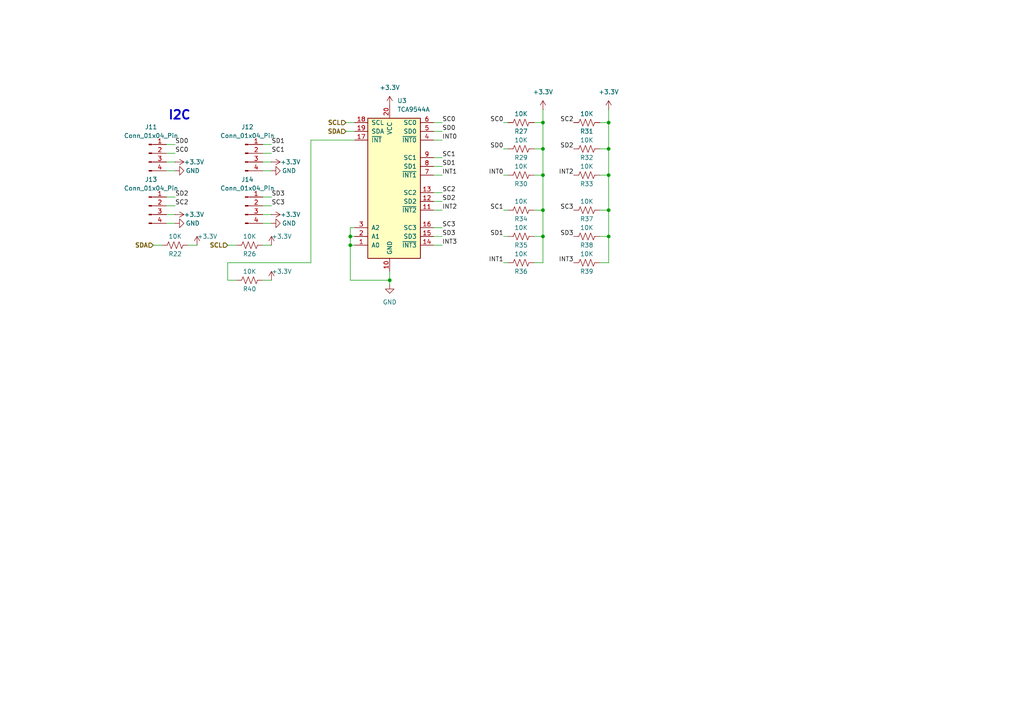
<source format=kicad_sch>
(kicad_sch (version 20231120) (generator "eeschema") (generator_version "8.0")
  (paper "A4")
  (title_block (title "BioReactify Master") (rev "400") (comment 1 "Controller & Measurement Board") (comment 2 "Alexis Saldivar"))
  (lib_symbols
    (symbol "Connector:Conn_01x04_Pin" (pin_names (offset 1.016) hide)
      (property "Reference" "J" (at 0 5.08 0))
      (property "Value" "Conn_01x04_Pin" (at 0 -7.62 0))
      (symbol "Conn_01x04_Pin_1_1"
        (polyline (pts (xy 1.27 -5.08) (xy 0.8636 -5.08)) (stroke (width 0.1524)))
        (polyline (pts (xy 1.27 -2.54) (xy 0.8636 -2.54)) (stroke (width 0.1524)))
        (polyline (pts (xy 1.27 0) (xy 0.8636 0)) (stroke (width 0.1524)))
        (polyline (pts (xy 1.27 2.54) (xy 0.8636 2.54)) (stroke (width 0.1524)))
        (rectangle (start 0.8636 -4.953) (end 0 -5.207) (stroke (width 0.1524)) (fill (type outline)))
        (rectangle (start 0.8636 -2.413) (end 0 -2.667) (stroke (width 0.1524)) (fill (type outline)))
        (rectangle (start 0.8636 0.127) (end 0 -0.127) (stroke (width 0.1524)) (fill (type outline)))
        (rectangle (start 0.8636 2.667) (end 0 2.413) (stroke (width 0.1524)) (fill (type outline)))
        (pin passive line (at 5.08 2.54 180) (length 3.81) (name "Pin_1") (number "1"))
        (pin passive line (at 5.08 0 180) (length 3.81) (name "Pin_2") (number "2"))
        (pin passive line (at 5.08 -2.54 180) (length 3.81) (name "Pin_3") (number "3"))
        (pin passive line (at 5.08 -5.08 180) (length 3.81) (name "Pin_4") (number "4"))
      )
    )
    (symbol "Device:R_US" (pin_numbers hide) (pin_names (offset 0))
      (property "Reference" "R" (at 2.54 0 90))
      (property "Value" "R_US" (at -2.54 0 90))
      (symbol "R_US_0_1"
        (polyline (pts (xy 0 -2.286) (xy 0 -2.54)))
        (polyline (pts (xy 0 2.286) (xy 0 2.54)))
        (polyline (pts (xy 0 -0.762) (xy 1.016 -1.143) (xy 0 -1.524) (xy -1.016 -1.905) (xy 0 -2.286)))
        (polyline (pts (xy 0 0.762) (xy 1.016 0.381) (xy 0 0) (xy -1.016 -0.381) (xy 0 -0.762)))
        (polyline (pts (xy 0 2.286) (xy 1.016 1.905) (xy 0 1.524) (xy -1.016 1.143) (xy 0 0.762)))
      )
      (symbol "R_US_1_1"
        (pin passive line (at 0 3.81 270) (length 1.27) (name "~") (number "1"))
        (pin passive line (at 0 -3.81 90) (length 1.27) (name "~") (number "2"))
      )
    )
    (symbol "Interface_Expansion:TCA9544A" (pin_names (offset 1.016))
      (property "Reference" "U" (at -5.08 20.32 0))
      (property "Value" "TCA9544A" (at 2.54 20.32 0))
      (symbol "TCA9544A_0_1"
        (rectangle (start -6.35 19.05) (end 8.89 -21.59) (stroke (width 0.254)) (fill (type background)))
      )
      (symbol "TCA9544A_1_1"
        (pin input line (at -10.16 -17.78 0) (length 3.81) (name "A0") (number "1"))
        (pin power_in line (at 0 -25.4 90) (length 3.81) (name "GND") (number "10"))
        (pin input line (at 12.7 -7.62 180) (length 3.81) (name "~{INT2}") (number "11"))
        (pin bidirectional line (at 12.7 -5.08 180) (length 3.81) (name "SD2") (number "12"))
        (pin bidirectional line (at 12.7 -2.54 180) (length 3.81) (name "SC2") (number "13"))
        (pin input line (at 12.7 -17.78 180) (length 3.81) (name "~{INT3}") (number "14"))
        (pin bidirectional line (at 12.7 -15.24 180) (length 3.81) (name "SD3") (number "15"))
        (pin bidirectional line (at 12.7 -12.7 180) (length 3.81) (name "SC3") (number "16"))
        (pin open_collector line (at -10.16 12.7 0) (length 3.81) (name "~{INT}") (number "17"))
        (pin bidirectional line (at -10.16 17.78 0) (length 3.81) (name "SCL") (number "18"))
        (pin bidirectional line (at -10.16 15.24 0) (length 3.81) (name "SDA") (number "19"))
        (pin input line (at -10.16 -15.24 0) (length 3.81) (name "A1") (number "2"))
        (pin power_in line (at 0 22.86 270) (length 3.81) (name "VCC") (number "20"))
        (pin input line (at -10.16 -12.7 0) (length 3.81) (name "A2") (number "3"))
        (pin input line (at 12.7 12.7 180) (length 3.81) (name "~{INT0}") (number "4"))
        (pin bidirectional line (at 12.7 15.24 180) (length 3.81) (name "SD0") (number "5"))
        (pin bidirectional line (at 12.7 17.78 180) (length 3.81) (name "SC0") (number "6"))
        (pin input line (at 12.7 2.54 180) (length 3.81) (name "~{INT1}") (number "7"))
        (pin bidirectional line (at 12.7 5.08 180) (length 3.81) (name "SD1") (number "8"))
        (pin bidirectional line (at 12.7 7.62 180) (length 3.81) (name "SC1") (number "9"))
      )
    )
    (symbol "power:+3.3V" (power) (pin_numbers hide) (pin_names (offset 0) hide)
      (property "Value" "+3.3V" (at 0 3.556 0))
      (symbol "+3.3V_0_1"
        (polyline (pts (xy -0.762 1.27) (xy 0 2.54)))
        (polyline (pts (xy 0 0) (xy 0 2.54)))
        (polyline (pts (xy 0 2.54) (xy 0.762 1.27)))
      )
      (symbol "+3.3V_1_1"
        (pin power_in line (at 0 0 90) (length 0) (name "~") (number "1"))
      )
    )
    (symbol "power:GND" (power) (pin_numbers hide) (pin_names (offset 0) hide)
      (property "Value" "GND" (at 0 -3.81 0))
      (symbol "GND_0_1"
        (polyline (pts (xy 0 0) (xy 0 -1.27) (xy 1.27 -1.27) (xy 0 -2.54) (xy -1.27 -1.27) (xy 0 -1.27)))
      )
      (symbol "GND_1_1"
        (pin power_in line (at 0 0 270) (length 0) (name "~") (number "1"))
      )
    )
  )
  (junction (at 176.53 35.56))
  (junction (at 176.53 50.8))
  (junction (at 157.48 35.56))
  (junction (at 176.53 60.96))
  (junction (at 157.48 60.96))
  (junction (at 157.48 68.58))
  (junction (at 157.48 43.18))
  (junction (at 101.6 71.12))
  (junction (at 101.6 68.58))
  (junction (at 113.03 81.28))
  (junction (at 176.53 43.18))
  (junction (at 176.53 68.58))
  (junction (at 157.48 50.8))
  (wire (pts (xy 146.05 35.56) (xy 147.32 35.56)))
  (wire (pts (xy 173.99 43.18) (xy 176.53 43.18)))
  (wire (pts (xy 125.73 35.56) (xy 128.27 35.56)))
  (wire (pts (xy 125.73 66.04) (xy 128.27 66.04)))
  (wire (pts (xy 48.26 46.99) (xy 50.8 46.99)))
  (wire (pts (xy 113.03 82.55) (xy 113.03 81.28)))
  (wire (pts (xy 101.6 68.58) (xy 101.6 71.12)))
  (wire (pts (xy 146.05 68.58) (xy 147.32 68.58)))
  (wire (pts (xy 176.53 35.56) (xy 176.53 43.18)))
  (wire (pts (xy 157.48 31.75) (xy 157.48 35.56)))
  (wire (pts (xy 125.73 38.1) (xy 128.27 38.1)))
  (wire (pts (xy 125.73 45.72) (xy 128.27 45.72)))
  (wire (pts (xy 54.61 71.12) (xy 57.15 71.12)))
  (wire (pts (xy 125.73 68.58) (xy 128.27 68.58)))
  (wire (pts (xy 48.26 62.23) (xy 50.8 62.23)))
  (wire (pts (xy 76.2 46.99) (xy 78.74 46.99)))
  (wire (pts (xy 76.2 71.12) (xy 78.74 71.12)))
  (wire (pts (xy 176.53 68.58) (xy 176.53 76.2)))
  (wire (pts (xy 176.53 43.18) (xy 176.53 50.8)))
  (wire (pts (xy 101.6 81.28) (xy 113.03 81.28)))
  (wire (pts (xy 76.2 44.45) (xy 78.74 44.45)))
  (wire (pts (xy 76.2 62.23) (xy 78.74 62.23)))
  (wire (pts (xy 100.33 35.56) (xy 102.87 35.56)))
  (wire (pts (xy 100.33 38.1) (xy 102.87 38.1)))
  (wire (pts (xy 44.45 71.12) (xy 46.99 71.12)))
  (wire (pts (xy 76.2 59.69) (xy 78.74 59.69)))
  (wire (pts (xy 125.73 71.12) (xy 128.27 71.12)))
  (wire (pts (xy 146.05 76.2) (xy 147.32 76.2)))
  (wire (pts (xy 176.53 50.8) (xy 176.53 60.96)))
  (wire (pts (xy 102.87 66.04) (xy 101.6 66.04)))
  (wire (pts (xy 173.99 60.96) (xy 176.53 60.96)))
  (wire (pts (xy 101.6 68.58) (xy 102.87 68.58)))
  (wire (pts (xy 173.99 35.56) (xy 176.53 35.56)))
  (wire (pts (xy 125.73 55.88) (xy 128.27 55.88)))
  (wire (pts (xy 154.94 60.96) (xy 157.48 60.96)))
  (wire (pts (xy 48.26 49.53) (xy 50.8 49.53)))
  (wire (pts (xy 66.04 76.2) (xy 66.04 81.28)))
  (wire (pts (xy 48.26 57.15) (xy 50.8 57.15)))
  (wire (pts (xy 76.2 57.15) (xy 78.74 57.15)))
  (wire (pts (xy 154.94 68.58) (xy 157.48 68.58)))
  (wire (pts (xy 76.2 49.53) (xy 78.74 49.53)))
  (wire (pts (xy 66.04 71.12) (xy 68.58 71.12)))
  (wire (pts (xy 101.6 71.12) (xy 101.6 81.28)))
  (wire (pts (xy 66.04 81.28) (xy 68.58 81.28)))
  (wire (pts (xy 157.48 68.58) (xy 157.48 76.2)))
  (wire (pts (xy 173.99 50.8) (xy 176.53 50.8)))
  (wire (pts (xy 48.26 64.77) (xy 50.8 64.77)))
  (wire (pts (xy 154.94 43.18) (xy 157.48 43.18)))
  (wire (pts (xy 154.94 50.8) (xy 157.48 50.8)))
  (wire (pts (xy 48.26 44.45) (xy 50.8 44.45)))
  (wire (pts (xy 125.73 40.64) (xy 128.27 40.64)))
  (wire (pts (xy 157.48 43.18) (xy 157.48 50.8)))
  (wire (pts (xy 76.2 41.91) (xy 78.74 41.91)))
  (wire (pts (xy 154.94 76.2) (xy 157.48 76.2)))
  (wire (pts (xy 101.6 66.04) (xy 101.6 68.58)))
  (wire (pts (xy 154.94 35.56) (xy 157.48 35.56)))
  (wire (pts (xy 157.48 50.8) (xy 157.48 60.96)))
  (wire (pts (xy 125.73 50.8) (xy 128.27 50.8)))
  (wire (pts (xy 76.2 64.77) (xy 78.74 64.77)))
  (wire (pts (xy 113.03 81.28) (xy 113.03 78.74)))
  (wire (pts (xy 90.17 40.64) (xy 90.17 76.2)))
  (wire (pts (xy 102.87 40.64) (xy 90.17 40.64)))
  (wire (pts (xy 173.99 68.58) (xy 176.53 68.58)))
  (wire (pts (xy 90.17 76.2) (xy 66.04 76.2)))
  (wire (pts (xy 125.73 60.96) (xy 128.27 60.96)))
  (wire (pts (xy 125.73 48.26) (xy 128.27 48.26)))
  (wire (pts (xy 76.2 81.28) (xy 78.74 81.28)))
  (wire (pts (xy 146.05 43.18) (xy 147.32 43.18)))
  (wire (pts (xy 157.48 35.56) (xy 157.48 43.18)))
  (wire (pts (xy 125.73 58.42) (xy 128.27 58.42)))
  (wire (pts (xy 48.26 59.69) (xy 50.8 59.69)))
  (wire (pts (xy 146.05 60.96) (xy 147.32 60.96)))
  (wire (pts (xy 176.53 31.75) (xy 176.53 35.56)))
  (wire (pts (xy 101.6 71.12) (xy 102.87 71.12)))
  (wire (pts (xy 176.53 60.96) (xy 176.53 68.58)))
  (wire (pts (xy 157.48 60.96) (xy 157.48 68.58)))
  (wire (pts (xy 48.26 41.91) (xy 50.8 41.91)))
  (wire (pts (xy 173.99 76.2) (xy 176.53 76.2)))
  (wire (pts (xy 146.05 50.8) (xy 147.32 50.8)))
  (text "I2C" (at 52.07 33.528 0) (effects (font (size 2.54 2.54) (bold yes))))
  (label "SC3" (at 128.27 66.04 0))
  (label "SC1" (at 146.05 60.96 180))
  (label "SD3" (at 166.37 68.58 180))
  (label "SC2" (at 128.27 55.88 0))
  (label "SC2" (at 50.8 59.69 0))
  (label "SD1" (at 146.05 68.58 180))
  (label "SC0" (at 128.27 35.56 0))
  (label "INT1" (at 146.05 76.2 180))
  (label "SD3" (at 128.27 68.58 0))
  (label "SD2" (at 166.37 43.18 180))
  (label "INT1" (at 128.27 50.8 0))
  (label "SD1" (at 78.74 41.91 0))
  (label "SD0" (at 128.27 38.1 0))
  (label "SD0" (at 50.8 41.91 0))
  (label "INT2" (at 128.27 60.96 0))
  (label "SD3" (at 78.74 57.15 0))
  (label "SD2" (at 50.8 57.15 0))
  (label "INT2" (at 166.37 50.8 180))
  (label "SC1" (at 128.27 45.72 0))
  (label "SD2" (at 128.27 58.42 0))
  (label "SC0" (at 146.05 35.56 180))
  (label "SC3" (at 166.37 60.96 180))
  (label "SC1" (at 78.74 44.45 0))
  (label "INT3" (at 166.37 76.2 180))
  (label "SD1" (at 128.27 48.26 0))
  (label "SC2" (at 166.37 35.56 180))
  (label "SD0" (at 146.05 43.18 180))
  (label "INT0" (at 146.05 50.8 180))
  (label "INT0" (at 128.27 40.64 0))
  (label "INT3" (at 128.27 71.12 0))
  (label "SC0" (at 50.8 44.45 0))
  (label "SC3" (at 78.74 59.69 0))
  (hierarchical_label "SDA" (shape input) (at 100.33 38.1 180) (effects (font (bold yes))))
  (hierarchical_label "SDA" (shape input) (at 44.45 71.12 180) (effects (font (bold yes))))
  (hierarchical_label "SCL" (shape input) (at 100.33 35.56 180) (effects (font (bold yes))))
  (hierarchical_label "SCL" (shape input) (at 66.04 71.12 180) (effects (font (bold yes))))
  (symbol (lib_id "power:+3.3V") (at 50.8 46.99 270) (unit 1)
    (property "Reference" "#PWR037" (effects (hide yes)))
    (property "Value" "+3.3V" (at 53.34 46.99 90) (effects (justify left)))
    (property "Description" "Power symbol creates a global label with name \"+3.3V\"" (effects (hide yes)))
  )
  (symbol (lib_id "power:+3.3V") (at 157.48 31.75 0) (unit 1)
    (property "Reference" "#PWR080" (effects (hide yes)))
    (property "Value" "+3.3V" (at 157.48 26.67 0))
    (property "Description" "Power symbol creates a global label with name \"+3.3V\"" (effects (hide yes)))
  )
  (symbol (lib_id "power:GND") (at 78.74 49.53 90) (unit 1)
    (property "Reference" "#PWR064" (effects (hide yes)))
    (property "Value" "GND" (at 81.788 49.53 90) (effects (justify right)))
    (property "Description" "Power symbol creates a global label with name \"GND\" , ground" (effects (hide yes)))
  )
  (symbol (lib_id "Connector:Conn_01x04_Pin") (at 71.12 59.69 0) (unit 1)
    (property "Reference" "J14" (at 71.755 52.07 0))
    (property "Value" "Conn_01x04_Pin" (at 71.755 54.61 0))
    (property "Footprint" "Connector_JST:JST_PH_B4B-PH-K_1x04_P2.00mm_Vertical" (effects (hide yes)))
    (property "Description" "Generic connector, single row, 01x04, script generated" (effects (hide yes)))
  )
  (symbol (lib_id "power:+3.3V") (at 113.03 30.48 0) (unit 1)
    (property "Reference" "#PWR082" (effects (hide yes)))
    (property "Value" "+3.3V" (at 113.03 25.4 0))
    (property "Description" "Power symbol creates a global label with name \"+3.3V\"" (effects (hide yes)))
  )
  (symbol (lib_id "Device:R_US") (at 170.18 43.18 270) (unit 1)
    (property "Reference" "R32" (at 170.18 45.72 90))
    (property "Value" "10K" (at 170.18 40.64 90))
    (property "Footprint" "Resistor_SMD:R_0603_1608Metric" (effects (hide yes)))
    (property "Description" "Resistor, US symbol" (effects (hide yes)))
  )
  (symbol (lib_id "Interface_Expansion:TCA9544A") (at 113.03 53.34 0) (unit 1)
    (property "Reference" "U3" (at 115.2241 29.21 0) (effects (justify left)))
    (property "Value" "TCA9544A" (at 115.2241 31.75 0) (effects (justify left)))
    (property "Footprint" "Package_SO:TSSOP-20_4.4x6.5mm_P0.65mm" (effects (hide yes)))
    (property "Datasheet" "http://www.ti.com/lit/ds/symlink/tca9544a.pdf" (effects (hide yes)))
    (property "Description" "I2C Hub, 4 Channels, Interrupts, TSSOP-20" (effects (hide yes)))
  )
  (symbol (lib_id "Connector:Conn_01x04_Pin") (at 43.18 59.69 0) (unit 1)
    (property "Reference" "J13" (at 43.815 52.07 0))
    (property "Value" "Conn_01x04_Pin" (at 43.815 54.61 0))
    (property "Footprint" "Connector_JST:JST_PH_B4B-PH-K_1x04_P2.00mm_Vertical" (effects (hide yes)))
    (property "Description" "Generic connector, single row, 01x04, script generated" (effects (hide yes)))
  )
  (symbol (lib_id "power:GND") (at 50.8 64.77 90) (unit 1)
    (property "Reference" "#PWR076" (effects (hide yes)))
    (property "Value" "GND" (at 53.848 64.77 90) (effects (justify right)))
    (property "Description" "Power symbol creates a global label with name \"GND\" , ground" (effects (hide yes)))
  )
  (symbol (lib_id "Device:R_US") (at 151.13 50.8 270) (unit 1)
    (property "Reference" "R30" (at 151.13 53.34 90))
    (property "Value" "10K" (at 151.13 48.26 90))
    (property "Footprint" "Resistor_SMD:R_0603_1608Metric" (effects (hide yes)))
    (property "Description" "Resistor, US symbol" (effects (hide yes)))
  )
  (symbol (lib_id "Connector:Conn_01x04_Pin") (at 71.12 44.45 0) (unit 1)
    (property "Reference" "J12" (at 71.755 36.83 0))
    (property "Value" "Conn_01x04_Pin" (at 71.755 39.37 0))
    (property "Footprint" "Connector_JST:JST_PH_B4B-PH-K_1x04_P2.00mm_Vertical" (effects (hide yes)))
    (property "Description" "Generic connector, single row, 01x04, script generated" (effects (hide yes)))
  )
  (symbol (lib_id "Device:R_US") (at 170.18 35.56 270) (unit 1)
    (property "Reference" "R31" (at 170.18 38.1 90))
    (property "Value" "10K" (at 170.18 33.02 90))
    (property "Footprint" "Resistor_SMD:R_0603_1608Metric" (effects (hide yes)))
    (property "Description" "Resistor, US symbol" (effects (hide yes)))
  )
  (symbol (lib_id "Device:R_US") (at 170.18 76.2 270) (unit 1)
    (property "Reference" "R39" (at 170.18 78.74 90))
    (property "Value" "10K" (at 170.18 73.66 90))
    (property "Footprint" "Resistor_SMD:R_0603_1608Metric" (effects (hide yes)))
    (property "Description" "Resistor, US symbol" (effects (hide yes)))
  )
  (symbol (lib_id "power:GND") (at 50.8 49.53 90) (unit 1)
    (property "Reference" "#PWR051" (effects (hide yes)))
    (property "Value" "GND" (at 53.848 49.53 90) (effects (justify right)))
    (property "Description" "Power symbol creates a global label with name \"GND\" , ground" (effects (hide yes)))
  )
  (symbol (lib_id "power:+3.3V") (at 78.74 71.12 0) (unit 1)
    (property "Reference" "#PWR079" (effects (hide yes)))
    (property "Value" "+3.3V" (at 78.74 68.58 0) (effects (justify left)))
    (property "Description" "Power symbol creates a global label with name \"+3.3V\"" (effects (hide yes)))
  )
  (symbol (lib_id "Device:R_US") (at 170.18 68.58 270) (unit 1)
    (property "Reference" "R38" (at 170.18 71.12 90))
    (property "Value" "10K" (at 170.18 66.04 90))
    (property "Footprint" "Resistor_SMD:R_0603_1608Metric" (effects (hide yes)))
    (property "Description" "Resistor, US symbol" (effects (hide yes)))
  )
  (symbol (lib_id "power:+3.3V") (at 78.74 62.23 270) (unit 1)
    (property "Reference" "#PWR075" (effects (hide yes)))
    (property "Value" "+3.3V" (at 81.28 62.23 90) (effects (justify left)))
    (property "Description" "Power symbol creates a global label with name \"+3.3V\"" (effects (hide yes)))
  )
  (symbol (lib_id "Device:R_US") (at 151.13 68.58 270) (unit 1)
    (property "Reference" "R35" (at 151.13 71.12 90))
    (property "Value" "10K" (at 151.13 66.04 90))
    (property "Footprint" "Resistor_SMD:R_0603_1608Metric" (effects (hide yes)))
    (property "Description" "Resistor, US symbol" (effects (hide yes)))
  )
  (symbol (lib_id "power:+3.3V") (at 57.15 71.12 0) (unit 1)
    (property "Reference" "#PWR078" (effects (hide yes)))
    (property "Value" "+3.3V" (at 57.15 68.58 0) (effects (justify left)))
    (property "Description" "Power symbol creates a global label with name \"+3.3V\"" (effects (hide yes)))
  )
  (symbol (lib_id "Device:R_US") (at 151.13 43.18 270) (unit 1)
    (property "Reference" "R29" (at 151.13 45.72 90))
    (property "Value" "10K" (at 151.13 40.64 90))
    (property "Footprint" "Resistor_SMD:R_0603_1608Metric" (effects (hide yes)))
    (property "Description" "Resistor, US symbol" (effects (hide yes)))
  )
  (symbol (lib_id "Device:R_US") (at 151.13 35.56 270) (unit 1)
    (property "Reference" "R27" (at 151.13 38.1 90))
    (property "Value" "10K" (at 151.13 33.02 90))
    (property "Footprint" "Resistor_SMD:R_0603_1608Metric" (effects (hide yes)))
    (property "Description" "Resistor, US symbol" (effects (hide yes)))
  )
  (symbol (lib_id "Device:R_US") (at 151.13 60.96 270) (unit 1)
    (property "Reference" "R34" (at 151.13 63.5 90))
    (property "Value" "10K" (at 151.13 58.42 90))
    (property "Footprint" "Resistor_SMD:R_0603_1608Metric" (effects (hide yes)))
    (property "Description" "Resistor, US symbol" (effects (hide yes)))
  )
  (symbol (lib_id "Device:R_US") (at 170.18 50.8 270) (unit 1)
    (property "Reference" "R33" (at 170.18 53.34 90))
    (property "Value" "10K" (at 170.18 48.26 90))
    (property "Footprint" "Resistor_SMD:R_0603_1608Metric" (effects (hide yes)))
    (property "Description" "Resistor, US symbol" (effects (hide yes)))
  )
  (symbol (lib_id "power:GND") (at 78.74 64.77 90) (unit 1)
    (property "Reference" "#PWR077" (effects (hide yes)))
    (property "Value" "GND" (at 81.788 64.77 90) (effects (justify right)))
    (property "Description" "Power symbol creates a global label with name \"GND\" , ground" (effects (hide yes)))
  )
  (symbol (lib_id "power:+3.3V") (at 78.74 81.28 0) (unit 1)
    (property "Reference" "#PWR083" (effects (hide yes)))
    (property "Value" "+3.3V" (at 78.74 78.74 0) (effects (justify left)))
    (property "Description" "Power symbol creates a global label with name \"+3.3V\"" (effects (hide yes)))
  )
  (symbol (lib_id "Device:R_US") (at 50.8 71.12 270) (unit 1)
    (property "Reference" "R22" (at 50.8 73.66 90))
    (property "Value" "10K" (at 50.8 68.58 90))
    (property "Footprint" "Resistor_SMD:R_0603_1608Metric" (effects (hide yes)))
    (property "Description" "Resistor, US symbol" (effects (hide yes)))
  )
  (symbol (lib_id "Connector:Conn_01x04_Pin") (at 43.18 44.45 0) (unit 1)
    (property "Reference" "J11" (at 43.815 36.83 0))
    (property "Value" "Conn_01x04_Pin" (at 43.815 39.37 0))
    (property "Footprint" "Connector_JST:JST_PH_B4B-PH-K_1x04_P2.00mm_Vertical" (effects (hide yes)))
    (property "Description" "Generic connector, single row, 01x04, script generated" (effects (hide yes)))
  )
  (symbol (lib_id "power:+3.3V") (at 176.53 31.75 0) (unit 1)
    (property "Reference" "#PWR081" (effects (hide yes)))
    (property "Value" "+3.3V" (at 176.53 26.67 0))
    (property "Description" "Power symbol creates a global label with name \"+3.3V\"" (effects (hide yes)))
  )
  (symbol (lib_id "power:+3.3V") (at 78.74 46.99 270) (unit 1)
    (property "Reference" "#PWR050" (effects (hide yes)))
    (property "Value" "+3.3V" (at 81.28 46.99 90) (effects (justify left)))
    (property "Description" "Power symbol creates a global label with name \"+3.3V\"" (effects (hide yes)))
  )
  (symbol (lib_id "Device:R_US") (at 170.18 60.96 270) (unit 1)
    (property "Reference" "R37" (at 170.18 63.5 90))
    (property "Value" "10K" (at 170.18 58.42 90))
    (property "Footprint" "Resistor_SMD:R_0603_1608Metric" (effects (hide yes)))
    (property "Description" "Resistor, US symbol" (effects (hide yes)))
  )
  (symbol (lib_id "Device:R_US") (at 72.39 81.28 270) (unit 1)
    (property "Reference" "R40" (at 72.39 83.82 90))
    (property "Value" "10K" (at 72.39 78.74 90))
    (property "Footprint" "Resistor_SMD:R_0603_1608Metric" (effects (hide yes)))
    (property "Description" "Resistor, US symbol" (effects (hide yes)))
  )
  (symbol (lib_id "power:GND") (at 113.03 82.55 0) (unit 1)
    (property "Reference" "#PWR084" (effects (hide yes)))
    (property "Value" "GND" (at 113.03 87.63 0))
    (property "Description" "Power symbol creates a global label with name \"GND\" , ground" (effects (hide yes)))
  )
  (symbol (lib_id "Device:R_US") (at 151.13 76.2 270) (unit 1)
    (property "Reference" "R36" (at 151.13 78.74 90))
    (property "Value" "10K" (at 151.13 73.66 90))
    (property "Footprint" "Resistor_SMD:R_0603_1608Metric" (effects (hide yes)))
    (property "Description" "Resistor, US symbol" (effects (hide yes)))
  )
  (symbol (lib_id "power:+3.3V") (at 50.8 62.23 270) (unit 1)
    (property "Reference" "#PWR065" (effects (hide yes)))
    (property "Value" "+3.3V" (at 53.34 62.23 90) (effects (justify left)))
    (property "Description" "Power symbol creates a global label with name \"+3.3V\"" (effects (hide yes)))
  )
  (symbol (lib_id "Device:R_US") (at 72.39 71.12 270) (unit 1)
    (property "Reference" "R26" (at 72.39 73.66 90))
    (property "Value" "10K" (at 72.39 68.58 90))
    (property "Footprint" "Resistor_SMD:R_0603_1608Metric" (effects (hide yes)))
    (property "Description" "Resistor, US symbol" (effects (hide yes)))
  )
)
</source>
